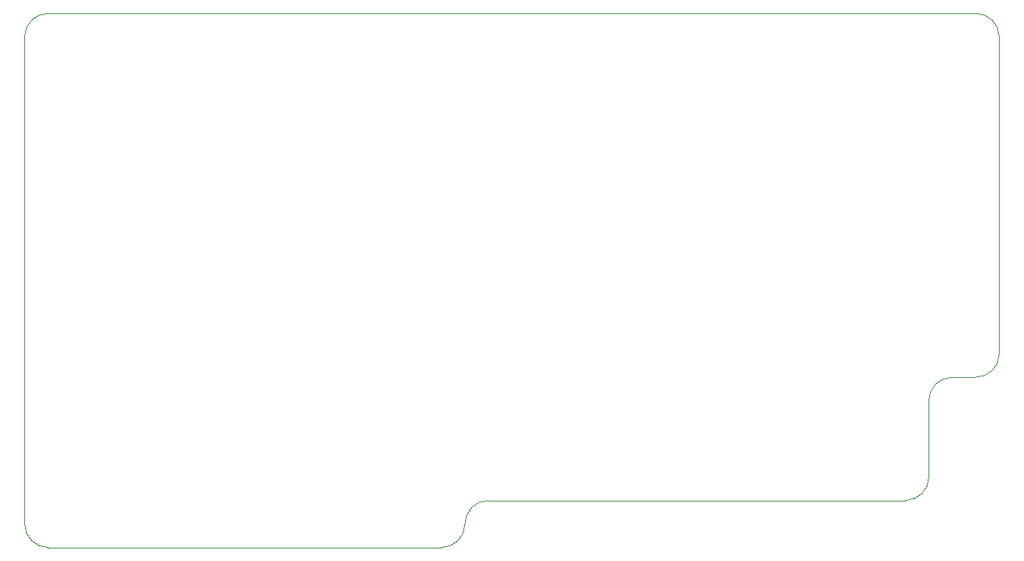
<source format=gbr>
G04 #@! TF.GenerationSoftware,KiCad,Pcbnew,5.1.5*
G04 #@! TF.CreationDate,2020-04-03T19:56:18-07:00*
G04 #@! TF.ProjectId,EEP_2,4545505f-322e-46b6-9963-61645f706362,rev?*
G04 #@! TF.SameCoordinates,Original*
G04 #@! TF.FileFunction,Profile,NP*
%FSLAX46Y46*%
G04 Gerber Fmt 4.6, Leading zero omitted, Abs format (unit mm)*
G04 Created by KiCad (PCBNEW 5.1.5) date 2020-04-03 19:56:18*
%MOMM*%
%LPD*%
G04 APERTURE LIST*
%ADD10C,0.050000*%
G04 APERTURE END LIST*
D10*
X17780000Y-103505000D02*
X17780000Y-50800000D01*
X62865000Y-106045000D02*
X20320000Y-106045000D01*
X113030000Y-100965000D02*
X67945000Y-100965000D01*
X115570000Y-90170000D02*
X115570000Y-98425000D01*
X120650000Y-87630000D02*
X118110000Y-87630000D01*
X123190000Y-50800000D02*
X123190000Y-85090000D01*
X20320000Y-48260000D02*
X120650000Y-48260000D01*
X17780000Y-50800000D02*
G75*
G02X20320000Y-48260000I2540000J0D01*
G01*
X20320000Y-106045000D02*
G75*
G02X17780000Y-103505000I0J2540000D01*
G01*
X65405000Y-103505000D02*
G75*
G02X62865000Y-106045000I-2540000J0D01*
G01*
X65405000Y-103505000D02*
G75*
G02X67945000Y-100965000I2540000J0D01*
G01*
X115570000Y-98425000D02*
G75*
G02X113030000Y-100965000I-2540000J0D01*
G01*
X115570000Y-90170000D02*
G75*
G02X118110000Y-87630000I2540000J0D01*
G01*
X123190000Y-85090000D02*
G75*
G02X120650000Y-87630000I-2540000J0D01*
G01*
X120650000Y-48260000D02*
G75*
G02X123190000Y-50800000I0J-2540000D01*
G01*
M02*

</source>
